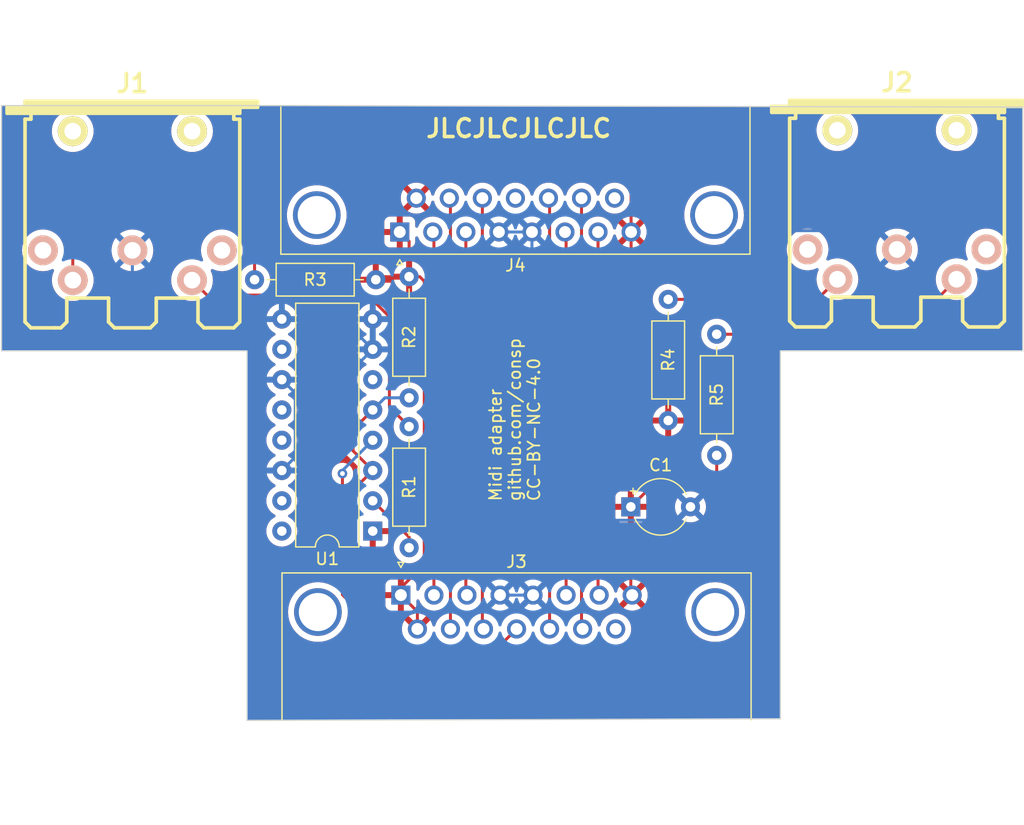
<source format=kicad_pcb>
(kicad_pcb (version 20221018) (generator pcbnew)
  (layers (0 "F.Cu" signal) (31 "B.Cu" signal) (34 "B.Paste" user) (35 "F.Paste" user) (36 "B.SilkS" user "B.Silkscreen") (37 "F.SilkS" user "F.Silkscreen") (38 "B.Mask" user) (39 "F.Mask" user) (44 "Edge.Cuts" user))
  (net 0 "")
  (net 1 "VCC")
  (net 2 "GND")
  (net 4 "Net-(J1-Pad4)")
  (net 6 "Net-(J1-Pad5)")
  (net 8 "Net-(J2-Pad4)")
  (net 10 "Net-(J2-Pad5)")
  (net 11 "/~{B1}")
  (net 12 "/X1")
  (net 13 "/Y1")
  (net 14 "/~{B2}")
  (net 15 "/~{B4}")
  (net 16 "/X2")
  (net 17 "/MIDI_OUT")
  (net 18 "/Y2")
  (net 19 "/~{B3}")
  (net 23 "Net-(R1-Pad2)")
  (net 24 "Net-(R5-Pad2)")
  (footprint "Eurocad:MIDI_DIN5" (layer "F.Cu") (at 123.49226 45.72 180)
    (fp_text reference "J1" (at 0 11.00074) (layer "F.SilkS") (effects (font (size 1.524 1.524) (thickness 0.3048))))
    (fp_text value "DIN-5_180degree" hide)
    (fp_line (start -10.50036 8.99922) (end -8.99922 8.99922) (stroke (width 0.3048)) (layer "F.SilkS"))
    (fp_line (start -10.50036 9.25068) (end 8.99922 9.25068) (stroke (width 0.3048)) (layer "F.SilkS"))
    (fp_line (start -10.50036 9.4996) (end -10.50036 8.99922) (stroke (width 0.3048)) (layer "F.SilkS"))
    (fp_line (start -8.99922 -8.99922) (end -8.99922 8.001) (stroke (width 0.3048)) (layer "F.SilkS"))
    (fp_line (start -8.99922 -8.99922) (end -8.49884 -9.4996) (stroke (width 0.3048)) (layer "F.SilkS"))
    (fp_line (start -8.99922 8.001) (end -8.49884 8.001) (stroke (width 0.3048)) (layer "F.SilkS"))
    (fp_line (start -8.99922 8.49884) (end 10.50036 8.49884) (stroke (width 0.3048)) (layer "F.SilkS"))
    (fp_line (start -8.99922 8.7503) (end 10.50036 8.7503) (stroke (width 0.3048)) (layer "F.SilkS"))
    (fp_line (start -8.99922 8.99922) (end -8.99922 8.49884) (stroke (width 0.3048)) (layer "F.SilkS"))
    (fp_line (start -8.49884 -9.4996) (end -5.99948 -9.4996) (stroke (width 0.3048)) (layer "F.SilkS"))
    (fp_line (start -8.49884 8.001) (end -8.49884 8.49884) (stroke (width 0.3048)) (layer "F.SilkS"))
    (fp_line (start -5.99948 -9.4996) (end -5.4991 -8.99922) (stroke (width 0.3048)) (layer "F.SilkS"))
    (fp_line (start -5.4991 -8.99922) (end -5.4991 -7.00024) (stroke (width 0.3048)) (layer "F.SilkS"))
    (fp_line (start -5.4991 -7.00024) (end -1.99898 -7.00024) (stroke (width 0.3048)) (layer "F.SilkS"))
    (fp_line (start -1.99898 -8.99922) (end -1.99898 -7.00024) (stroke (width 0.3048)) (layer "F.SilkS"))
    (fp_line (start -1.50114 -9.4996) (end -1.99898 -8.99922) (stroke (width 0.3048)) (layer "F.SilkS"))
    (fp_line (start -1.50114 -9.4996) (end 1.50114 -9.4996) (stroke (width 0.3048)) (layer "F.SilkS"))
    (fp_line (start 1.50114 -9.4996) (end 1.99898 -8.99922) (stroke (width 0.3048)) (layer "F.SilkS"))
    (fp_line (start 1.99898 -8.99922) (end 1.99898 -7.00024) (stroke (width 0.3048)) (layer "F.SilkS"))
    (fp_line (start 5.4991 -8.99922) (end 5.4991 -7.00024) (stroke (width 0.3048)) (layer "F.SilkS"))
    (fp_line (start 5.4991 -7.00024) (end 1.99898 -7.00024) (stroke (width 0.3048)) (layer "F.SilkS"))
    (fp_line (start 5.99948 -9.4996) (end 5.4991 -8.99922) (stroke (width 0.3048)) (layer "F.SilkS"))
    (fp_line (start 6.49986 -9.4996) (end 5.99948 -9.4996) (stroke (width 0.3048)) (layer "F.SilkS"))
    (fp_line (start 8.49884 -9.4996) (end 6.49986 -9.4996) (stroke (width 0.3048)) (layer "F.SilkS"))
    (fp_line (start 8.49884 8.49884) (end 8.49884 8.001) (stroke (width 0.3048)) (layer "F.SilkS"))
    (fp_line (start 8.99922 -8.99922) (end 8.49884 -9.4996) (stroke (width 0.3048)) (layer "F.SilkS"))
    (fp_line (start 8.99922 -8.99922) (end 8.99922 8.001) (stroke (width 0.3048)) (layer "F.SilkS"))
    (fp_line (start 8.99922 8.001) (end 8.49884 8.001) (stroke (width 0.3048)) (layer "F.SilkS"))
    (fp_line (start 8.99922 8.99922) (end -8.99922 8.99922) (stroke (width 0.3048)) (layer "F.SilkS"))
    (fp_line (start 8.99922 8.99922) (end 8.99922 9.4996) (stroke (width 0.3048)) (layer "F.SilkS"))
    (fp_line (start 8.99922 9.4996) (end -10.50036 9.4996) (stroke (width 0.3048)) (layer "F.SilkS"))
    (fp_line (start 10.50036 8.49884) (end 10.50036 8.99922) (stroke (width 0.3048)) (layer "F.SilkS"))
    (fp_line (start 10.50036 8.99922) (end 8.99922 8.99922) (stroke (width 0.3048)) (layer "F.SilkS"))
    (pad "" np_thru_hole circle (at -5.00126 6.9977 180) (size 2.49936 2.49936) (drill 1.397) (layers "*.Cu" "*.Mask" "F.SilkS"))
    (pad "" np_thru_hole circle (at 5.00126 6.9977 180) (size 2.49936 2.49936) (drill 1.397) (layers "*.Cu" "*.Mask" "F.SilkS"))
    (pad "1" thru_hole circle (at 7.49808 -2.9972 180) (size 2.49936 2.49936) (drill 1.397) (layers "*.Cu" "*.SilkS" "*.Mask"))
    (pad "2" thru_hole circle (at 0 -2.99974 180) (size 2.49936 2.49936) (drill 1.397) (layers "*.Cu" "*.SilkS" "*.Mask") (net 2 "GND"))
    (pad "3" thru_hole circle (at -7.49808 -2.9972 180) (size 2.49936 2.49936) (drill 1.397) (layers "*.Cu" "*.SilkS" "*.Mask"))
    (pad "4" thru_hole circle (at 4.99618 -5.4991 180) (size 2.49936 2.49936) (drill 1.397) (layers "*.Cu" "*.SilkS" "*.Mask") (net 4 "Net-(J1-Pad4)"))
    (pad "5" thru_hole circle (at -4.99618 -5.4991 180) (size 2.49936 2.49936) (drill 1.397) (layers "*.Cu" "*.SilkS" "*.Mask") (net 6 "Net-(J1-Pad5)"))
  )
  (footprint "Package_DIP:DIP-16_W7.62mm" (layer "F.Cu") (at 143.637 72.263 180)
    (fp_text reference "U1" (at 3.81 -2.33) (layer "F.SilkS"))
    (fp_text value "4050")
    (fp_line (start 1.16 -1.33) (end 1.16 19.11) (stroke (width 0.12)) (layer "F.SilkS"))
    (fp_line (start 1.16 19.11) (end 6.46 19.11) (stroke (width 0.12)) (layer "F.SilkS"))
    (fp_line (start 2.81 -1.33) (end 1.16 -1.33) (stroke (width 0.12)) (layer "F.SilkS"))
    (fp_line (start 6.46 -1.33) (end 4.81 -1.33) (stroke (width 0.12)) (layer "F.SilkS"))
    (fp_line (start 6.46 19.11) (end 6.46 -1.33) (stroke (width 0.12)) (layer "F.SilkS"))
    (fp_arc (start 4.81 -1.33) (mid 3.81 -0.33) (end 2.81 -1.33) (stroke (width 0.12)) (layer "F.SilkS"))
    (pad "1" thru_hole rect (at 0 0 180) (size 1.6 1.6) (drill 0.8) (layers "*.Cu" "*.Mask") (net 1 "VCC"))
    (pad "2" thru_hole oval (at 0 2.54 180) (size 1.6 1.6) (drill 0.8) (layers "*.Cu" "*.Mask") (net 23 "Net-(R1-Pad2)"))
    (pad "3" thru_hole oval (at 0 5.08 180) (size 1.6 1.6) (drill 0.8) (layers "*.Cu" "*.Mask") (net 17 "/MIDI_OUT"))
    (pad "4" thru_hole oval (at 0 7.62 180) (size 1.6 1.6) (drill 0.8) (layers "*.Cu" "*.Mask") (net 24 "Net-(R5-Pad2)"))
    (pad "5" thru_hole oval (at 0 10.16 180) (size 1.6 1.6) (drill 0.8) (layers "*.Cu" "*.Mask") (net 17 "/MIDI_OUT"))
    (pad "6" thru_hole oval (at 0 12.7 180) (size 1.6 1.6) (drill 0.8) (layers "*.Cu" "*.Mask"))
    (pad "7" thru_hole oval (at 0 15.24 180) (size 1.6 1.6) (drill 0.8) (layers "*.Cu" "*.Mask") (net 2 "GND"))
    (pad "8" thru_hole oval (at 0 17.78 180) (size 1.6 1.6) (drill 0.8) (layers "*.Cu" "*.Mask") (net 2 "GND"))
    (pad "9" thru_hole oval (at 7.62 17.78 180) (size 1.6 1.6) (drill 0.8) (layers "*.Cu" "*.Mask") (net 2 "GND"))
    (pad "10" thru_hole oval (at 7.62 15.24 180) (size 1.6 1.6) (drill 0.8) (layers "*.Cu" "*.Mask"))
    (pad "11" thru_hole oval (at 7.62 12.7 180) (size 1.6 1.6) (drill 0.8) (layers "*.Cu" "*.Mask") (net 2 "GND"))
    (pad "12" thru_hole oval (at 7.62 10.16 180) (size 1.6 1.6) (drill 0.8) (layers "*.Cu" "*.Mask"))
    (pad "13" thru_hole oval (at 7.62 7.62 180) (size 1.6 1.6) (drill 0.8) (layers "*.Cu" "*.Mask"))
    (pad "14" thru_hole oval (at 7.62 5.08 180) (size 1.6 1.6) (drill 0.8) (layers "*.Cu" "*.Mask") (net 2 "GND"))
    (pad "15" thru_hole oval (at 7.62 2.54 180) (size 1.6 1.6) (drill 0.8) (layers "*.Cu" "*.Mask"))
    (pad "16" thru_hole oval (at 7.62 0 180) (size 1.6 1.6) (drill 0.8) (layers "*.Cu" "*.Mask"))
  )
  (footprint "Resistor_THT:R_Axial_DIN0207_L6.3mm_D2.5mm_P10.16mm_Horizontal" (layer "F.Cu") (at 172.466 55.753 -90)
    (fp_text reference "R5" (at 5.08 0 90) (layer "F.SilkS"))
    (fp_text value "220R")
    (fp_line (start 1.04 0) (end 1.81 0) (stroke (width 0.12)) (layer "F.SilkS"))
    (fp_line (start 1.81 -1.37) (end 1.81 1.37) (stroke (width 0.12)) (layer "F.SilkS"))
    (fp_line (start 1.81 1.37) (end 8.35 1.37) (stroke (width 0.12)) (layer "F.SilkS"))
    (fp_line (start 8.35 -1.37) (end 1.81 -1.37) (stroke (width 0.12)) (layer "F.SilkS"))
    (fp_line (start 8.35 1.37) (end 8.35 -1.37) (stroke (width 0.12)) (layer "F.SilkS"))
    (fp_line (start 9.12 0) (end 8.35 0) (stroke (width 0.12)) (layer "F.SilkS"))
    (pad "1" thru_hole circle (at 0 0 270) (size 1.6 1.6) (drill 0.8) (layers "*.Cu" "*.Mask") (net 10 "Net-(J2-Pad5)"))
    (pad "2" thru_hole oval (at 10.16 0 270) (size 1.6 1.6) (drill 0.8) (layers "*.Cu" "*.Mask") (net 24 "Net-(R5-Pad2)"))
  )
  (footprint "Resistor_THT:R_Axial_DIN0207_L6.3mm_D2.5mm_P10.16mm_Horizontal" (layer "F.Cu") (at 146.685 63.5 -90)
    (fp_text reference "R1" (at 5.08 0 90) (layer "F.SilkS"))
    (fp_text value "220R")
    (fp_line (start 1.04 0) (end 1.81 0) (stroke (width 0.12)) (layer "F.SilkS"))
    (fp_line (start 1.81 -1.37) (end 1.81 1.37) (stroke (width 0.12)) (layer "F.SilkS"))
    (fp_line (start 1.81 1.37) (end 8.35 1.37) (stroke (width 0.12)) (layer "F.SilkS"))
    (fp_line (start 8.35 -1.37) (end 1.81 -1.37) (stroke (width 0.12)) (layer "F.SilkS"))
    (fp_line (start 8.35 1.37) (end 8.35 -1.37) (stroke (width 0.12)) (layer "F.SilkS"))
    (fp_line (start 9.12 0) (end 8.35 0) (stroke (width 0.12)) (layer "F.SilkS"))
    (pad "1" thru_hole circle (at 0 0 270) (size 1.6 1.6) (drill 0.8) (layers "*.Cu" "*.Mask") (net 6 "Net-(J1-Pad5)"))
    (pad "2" thru_hole oval (at 10.16 0 270) (size 1.6 1.6) (drill 0.8) (layers "*.Cu" "*.Mask") (net 23 "Net-(R1-Pad2)"))
  )
  (footprint "Eurocad:MIDI_DIN5" (layer "F.Cu") (at 187.579 45.6438 180)
    (fp_text reference "J2" (at 0 11.00074) (layer "F.SilkS") (effects (font (size 1.524 1.524) (thickness 0.3048))))
    (fp_text value "DIN-5_180degree" hide)
    (fp_line (start -10.50036 8.99922) (end -8.99922 8.99922) (stroke (width 0.3048)) (layer "F.SilkS"))
    (fp_line (start -10.50036 9.25068) (end 8.99922 9.25068) (stroke (width 0.3048)) (layer "F.SilkS"))
    (fp_line (start -10.50036 9.4996) (end -10.50036 8.99922) (stroke (width 0.3048)) (layer "F.SilkS"))
    (fp_line (start -8.99922 -8.99922) (end -8.99922 8.001) (stroke (width 0.3048)) (layer "F.SilkS"))
    (fp_line (start -8.99922 -8.99922) (end -8.49884 -9.4996) (stroke (width 0.3048)) (layer "F.SilkS"))
    (fp_line (start -8.99922 8.001) (end -8.49884 8.001) (stroke (width 0.3048)) (layer "F.SilkS"))
    (fp_line (start -8.99922 8.49884) (end 10.50036 8.49884) (stroke (width 0.3048)) (layer "F.SilkS"))
    (fp_line (start -8.99922 8.7503) (end 10.50036 8.7503) (stroke (width 0.3048)) (layer "F.SilkS"))
    (fp_line (start -8.99922 8.99922) (end -8.99922 8.49884) (stroke (width 0.3048)) (layer "F.SilkS"))
    (fp_line (start -8.49884 -9.4996) (end -5.99948 -9.4996) (stroke (width 0.3048)) (layer "F.SilkS"))
    (fp_line (start -8.49884 8.001) (end -8.49884 8.49884) (stroke (width 0.3048)) (layer "F.SilkS"))
    (fp_line (start -5.99948 -9.4996) (end -5.4991 -8.99922) (stroke (width 0.3048)) (layer "F.SilkS"))
    (fp_line (start -5.4991 -8.99922) (end -5.4991 -7.00024) (stroke (width 0.3048)) (layer "F.SilkS"))
    (fp_line (start -5.4991 -7.00024) (end -1.99898 -7.00024) (stroke (width 0.3048)) (layer "F.SilkS"))
    (fp_line (start -1.99898 -8.99922) (end -1.99898 -7.00024) (stroke (width 0.3048)) (layer "F.SilkS"))
    (fp_line (start -1.50114 -9.4996) (end -1.99898 -8.99922) (stroke (width 0.3048)) (layer "F.SilkS"))
    (fp_line (start -1.50114 -9.4996) (end 1.50114 -9.4996) (stroke (width 0.3048)) (layer "F.SilkS"))
    (fp_line (start 1.50114 -9.4996) (end 1.99898 -8.99922) (stroke (width 0.3048)) (layer "F.SilkS"))
    (fp_line (start 1.99898 -8.99922) (end 1.99898 -7.00024) (stroke (width 0.3048)) (layer "F.SilkS"))
    (fp_line (start 5.4991 -8.99922) (end 5.4991 -7.00024) (stroke (width 0.3048)) (layer "F.SilkS"))
    (fp_line (start 5.4991 -7.00024) (end 1.99898 -7.00024) (stroke (width 0.3048)) (layer "F.SilkS"))
    (fp_line (start 5.99948 -9.4996) (end 5.4991 -8.99922) (stroke (width 0.3048)) (layer "F.SilkS"))
    (fp_line (start 6.49986 -9.4996) (end 5.99948 -9.4996) (stroke (width 0.3048)) (layer "F.SilkS"))
    (fp_line (start 8.49884 -9.4996) (end 6.49986 -9.4996) (stroke (width 0.3048)) (layer "F.SilkS"))
    (fp_line (start 8.49884 8.49884) (end 8.49884 8.001) (stroke (width 0.3048)) (layer "F.SilkS"))
    (fp_line (start 8.99922 -8.99922) (end 8.49884 -9.4996) (stroke (width 0.3048)) (layer "F.SilkS"))
    (fp_line (start 8.99922 -8.99922) (end 8.99922 8.001) (stroke (width 0.3048)) (layer "F.SilkS"))
    (fp_line (start 8.99922 8.001) (end 8.49884 8.001) (stroke (width 0.3048)) (layer "F.SilkS"))
    (fp_line (start 8.99922 8.99922) (end -8.99922 8.99922) (stroke (width 0.3048)) (layer "F.SilkS"))
    (fp_line (start 8.99922 8.99922) (end 8.99922 9.4996) (stroke (width 0.3048)) (layer "F.SilkS"))
    (fp_line (start 8.99922 9.4996) (end -10.50036 9.4996) (stroke (width 0.3048)) (layer "F.SilkS"))
    (fp_line (start 10.50036 8.49884) (end 10.50036 8.99922) (stroke (width 0.3048)) (layer "F.SilkS"))
    (fp_line (start 10.50036 8.99922) (end 8.99922 8.99922) (stroke (width 0.3048)) (layer "F.SilkS"))
    (pad "" np_thru_hole circle (at -5.00126 6.9977 180) (size 2.49936 2.49936) (drill 1.397) (layers "*.Cu" "*.Mask" "F.SilkS"))
    (pad "" np_thru_hole circle (at 5.00126 6.9977 180) (size 2.49936 2.49936) (drill 1.397) (layers "*.Cu" "*.Mask" "F.SilkS"))
    (pad "1" thru_hole circle (at 7.49808 -2.9972 180) (size 2.49936 2.49936) (drill 1.397) (layers "*.Cu" "*.SilkS" "*.Mask"))
    (pad "2" thru_hole circle (at 0 -2.99974 180) (size 2.49936 2.49936) (drill 1.397) (layers "*.Cu" "*.SilkS" "*.Mask") (net 2 "GND"))
    (pad "3" thru_hole circle (at -7.49808 -2.9972 180) (size 2.49936 2.49936) (drill 1.397) (layers "*.Cu" "*.SilkS" "*.Mask"))
    (pad "4" thru_hole circle (at 4.99618 -5.4991 180) (size 2.49936 2.49936) (drill 1.397) (layers "*.Cu" "*.SilkS" "*.Mask") (net 8 "Net-(J2-Pad4)"))
    (pad "5" thru_hole circle (at -4.99618 -5.4991 180) (size 2.49936 2.49936) (drill 1.397) (layers "*.Cu" "*.SilkS" "*.Mask") (net 10 "Net-(J2-Pad5)"))
  )
  (footprint "Resistor_THT:R_Axial_DIN0207_L6.3mm_D2.5mm_P10.16mm_Horizontal" (layer "F.Cu") (at 168.402 52.832 -90)
    (fp_text reference "R4" (at 5.08 0 90) (layer "F.SilkS"))
    (fp_text value "220R")
    (fp_line (start 1.04 0) (end 1.81 0) (stroke (width 0.12)) (layer "F.SilkS"))
    (fp_line (start 1.81 -1.37) (end 1.81 1.37) (stroke (width 0.12)) (layer "F.SilkS"))
    (fp_line (start 1.81 1.37) (end 8.35 1.37) (stroke (width 0.12)) (layer "F.SilkS"))
    (fp_line (start 8.35 -1.37) (end 1.81 -1.37) (stroke (width 0.12)) (layer "F.SilkS"))
    (fp_line (start 8.35 1.37) (end 8.35 -1.37) (stroke (width 0.12)) (layer "F.SilkS"))
    (fp_line (start 9.12 0) (end 8.35 0) (stroke (width 0.12)) (layer "F.SilkS"))
    (pad "1" thru_hole circle (at 0 0 270) (size 1.6 1.6) (drill 0.8) (layers "*.Cu" "*.Mask") (net 8 "Net-(J2-Pad4)"))
    (pad "2" thru_hole oval (at 10.16 0 270) (size 1.6 1.6) (drill 0.8) (layers "*.Cu" "*.Mask") (net 1 "VCC"))
  )
  (footprint "Capacitor_THT:CP_Radial_Tantal_D4.5mm_P5.00mm" (layer "F.Cu") (at 165.267 70.231)
    (fp_text reference "C1" (at 2.5 -3.5) (layer "F.SilkS"))
    (fp_text value "C")
    (fp_line (start -0.037288 -1.335) (end 0.412712 -1.335) (stroke (width 0.12)) (layer "F.SilkS"))
    (fp_line (start 0.187712 -1.56) (end 0.187712 -1.11) (stroke (width 0.12)) (layer "F.SilkS"))
    (fp_arc (start 0.380259 -1.06) (mid 2.5 -2.37) (end 4.619741 -1.06) (stroke (width 0.12)) (layer "F.SilkS"))
    (fp_arc (start 4.619741 1.06) (mid 2.5 2.37) (end 0.380259 1.06) (stroke (width 0.12)) (layer "F.SilkS"))
    (pad "1" thru_hole rect (at 0 0) (size 1.6 1.6) (drill 0.8) (layers "*.Cu" "*.Mask") (net 1 "VCC"))
    (pad "2" thru_hole circle (at 5 0) (size 1.6 1.6) (drill 0.8) (layers "*.Cu" "*.Mask") (net 2 "GND"))
  )
  (footprint "Connector_Dsub:DSUB-15_Male_Horizontal_P2.77x2.84mm_EdgePinOffset7.70mm_Housed_MountingHolesOffset9.12mm" (layer "F.Cu") (at 145.994 77.632669)
    (fp_text reference "J3" (at 9.695 -2.8) (layer "F.SilkS"))
    (fp_text value "Conn_01x15_Pin")
    (fp_line (start -9.965 -1.86) (end 29.355 -1.86) (stroke (width 0.12)) (layer "F.SilkS"))
    (fp_line (start -9.965 10.48) (end -9.965 -1.86) (stroke (width 0.12)) (layer "F.SilkS"))
    (fp_line (start -0.25 -2.754338) (end 0.25 -2.754338) (stroke (width 0.12)) (layer "F.SilkS"))
    (fp_line (start 0 -2.321325) (end -0.25 -2.754338) (stroke (width 0.12)) (layer "F.SilkS"))
    (fp_line (start 0.25 -2.754338) (end 0 -2.321325) (stroke (width 0.12)) (layer "F.SilkS"))
    (fp_line (start 29.355 -1.86) (end 29.355 10.48) (stroke (width 0.12)) (layer "F.SilkS"))
    (pad "0" thru_hole circle (at -6.955 1.42) (size 4 4) (drill 3.2) (layers "*.Cu" "*.Mask"))
    (pad "0" thru_hole circle (at 26.345 1.42) (size 4 4) (drill 3.2) (layers "*.Cu" "*.Mask"))
    (pad "1" thru_hole rect (at 0 0) (size 1.6 1.6) (drill 1) (layers "*.Cu" "*.Mask") (net 1 "VCC"))
    (pad "2" thru_hole circle (at 2.77 0) (size 1.6 1.6) (drill 1) (layers "*.Cu" "*.Mask") (net 11 "/~{B1}"))
    (pad "3" thru_hole circle (at 5.54 0) (size 1.6 1.6) (drill 1) (layers "*.Cu" "*.Mask") (net 12 "/X1"))
    (pad "4" thru_hole circle (at 8.31 0) (size 1.6 1.6) (drill 1) (layers "*.Cu" "*.Mask") (net 2 "GND"))
    (pad "5" thru_hole circle (at 11.08 0) (size 1.6 1.6) (drill 1) (layers "*.Cu" "*.Mask") (net 2 "GND"))
    (pad "6" thru_hole circle (at 13.85 0) (size 1.6 1.6) (drill 1) (layers "*.Cu" "*.Mask") (net 13 "/Y1"))
    (pad "7" thru_hole circle (at 16.62 0) (size 1.6 1.6) (drill 1) (layers "*.Cu" "*.Mask") (net 14 "/~{B2}"))
    (pad "8" thru_hole circle (at 19.39 0) (size 1.6 1.6) (drill 1) (layers "*.Cu" "*.Mask") (net 1 "VCC"))
    (pad "9" thru_hole circle (at 1.385 2.84) (size 1.6 1.6) (drill 1) (layers "*.Cu" "*.Mask") (net 1 "VCC"))
    (pad "10" thru_hole circle (at 4.155 2.84) (size 1.6 1.6) (drill 1) (layers "*.Cu" "*.Mask") (net 15 "/~{B4}"))
    (pad "11" thru_hole circle (at 6.925 2.84) (size 1.6 1.6) (drill 1) (layers "*.Cu" "*.Mask") (net 16 "/X2"))
    (pad "12" thru_hole circle (at 9.695 2.84) (size 1.6 1.6) (drill 1) (layers "*.Cu" "*.Mask") (net 17 "/MIDI_OUT"))
    (pad "13" thru_hole circle (at 12.465 2.84) (size 1.6 1.6) (drill 1) (layers "*.Cu" "*.Mask") (net 18 "/Y2"))
    (pad "14" thru_hole circle (at 15.235 2.84) (size 1.6 1.6) (drill 1) (layers "*.Cu" "*.Mask") (net 19 "/~{B3}"))
    (pad "15" thru_hole circle (at 18.005 2.84) (size 1.6 1.6) (drill 1) (layers "*.Cu" "*.Mask"))
  )
  (footprint "Connector_Dsub:DSUB-15_Female_Horizontal_P2.77x2.84mm_EdgePinOffset7.70mm_Housed_MountingHolesOffset9.12mm" (layer "F.Cu") (at 145.9 47.181331 180)
    (fp_text reference "J4" (at -9.695 -2.8) (layer "F.SilkS"))
    (fp_text value "Conn_01x15_Socket")
    (fp_line (start -29.355 -1.86) (end 9.965 -1.86) (stroke (width 0.12)) (layer "F.SilkS"))
    (fp_line (start -29.355 10.48) (end -29.355 -1.86) (stroke (width 0.12)) (layer "F.SilkS"))
    (fp_line (start -0.25 -2.754338) (end 0.25 -2.754338) (stroke (width 0.12)) (layer "F.SilkS"))
    (fp_line (start 0 -2.321325) (end -0.25 -2.754338) (stroke (width 0.12)) (layer "F.SilkS"))
    (fp_line (start 0.25 -2.754338) (end 0 -2.321325) (stroke (width 0.12)) (layer "F.SilkS"))
    (fp_line (start 9.965 -1.86) (end 9.965 10.48) (stroke (width 0.12)) (layer "F.SilkS"))
    (pad "0" thru_hole circle (at -26.345 1.42 180) (size 4 4) (drill 3.2) (layers "*.Cu" "*.Mask"))
    (pad "0" thru_hole circle (at 6.955 1.42 180) (size 4 4) (drill 3.2) (layers "*.Cu" "*.Mask"))
    (pad "1" thru_hole rect (at 0 0 180) (size 1.6 1.6) (drill 1) (layers "*.Cu" "*.Mask") (net 1 "VCC"))
    (pad "2" thru_hole circle (at -2.77 0 180) (size 1.6 1.6) (drill 1) (layers "*.Cu" "*.Mask") (net 11 "/~{B1}"))
    (pad "3" thru_hole circle (at -5.54 0 180) (size 1.6 1.6) (drill 1) (layers "*.Cu" "*.Mask") (net 12 "/X1"))
    (pad "4" thru_hole circle (at -8.31 0 180) (size 1.6 1.6) (drill 1) (layers "*.Cu" "*.Mask") (net 2 "GND"))
    (pad "5" thru_hole circle (at -11.08 0 180) (size 1.6 1.6) (drill 1) (layers "*.Cu" "*.Mask") (net 2 "GND"))
    (pad "6" thru_hole circle (at -13.85 0 180) (size 1.6 1.6) (drill 1) (layers "*.Cu" "*.Mask") (net 13 "/Y1"))
    (pad "7" thru_hole circle (at -16.62 0 180) (size 1.6 1.6) (drill 1) (layers "*.Cu" "*.Mask") (net 14 "/~{B2}"))
    (pad "8" thru_hole circle (at -19.39 0 180) (size 1.6 1.6) (drill 1) (layers "*.Cu" "*.Mask") (net 1 "VCC"))
    (pad "9" thru_hole circle (at -1.385 2.84 180) (size 1.6 1.6) (drill 1) (layers "*.Cu" "*.Mask") (net 1 "VCC"))
    (pad "10" thru_hole circle (at -4.155 2.84 180) (size 1.6 1.6) (drill 1) (layers "*.Cu" "*.Mask") (net 15 "/~{B4}"))
    (pad "11" thru_hole circle (at -6.925 2.84 180) (size 1.6 1.6) (drill 1) (layers "*.Cu" "*.Mask") (net 16 "/X2"))
    (pad "12" thru_hole circle (at -9.695 2.84 180) (size 1.6 1.6) (drill 1) (layers "*.Cu" "*.Mask"))
    (pad "13" thru_hole circle (at -12.465 2.84 180) (size 1.6 1.6) (drill 1) (layers "*.Cu" "*.Mask") (net 18 "/Y2"))
    (pad "14" thru_hole circle (at -15.235 2.84 180) (size 1.6 1.6) (drill 1) (layers "*.Cu" "*.Mask") (net 19 "/~{B3}"))
    (pad "15" thru_hole circle (at -18.005 2.84 180) (size 1.6 1.6) (drill 1) (layers "*.Cu" "*.Mask"))
  )
  (footprint "Resistor_THT:R_Axial_DIN0207_L6.3mm_D2.5mm_P10.16mm_Horizontal" (layer "F.Cu") (at 133.731 51.181)
    (fp_text reference "R3" (at 5.08 0) (layer "F.SilkS"))
    (fp_text value "220R")
    (fp_line (start 1.04 0) (end 1.81 0) (stroke (width 0.12)) (layer "F.SilkS"))
    (fp_line (start 1.81 -1.37) (end 1.81 1.37) (stroke (width 0.12)) (layer "F.SilkS"))
    (fp_line (start 1.81 1.37) (end 8.35 1.37) (stroke (width 0.12)) (layer "F.SilkS"))
    (fp_line (start 8.35 -1.37) (end 1.81 -1.37) (stroke (width 0.12)) (layer "F.SilkS"))
    (fp_line (start 8.35 1.37) (end 8.35 -1.37) (stroke (width 0.12)) (layer "F.SilkS"))
    (fp_line (start 9.12 0) (end 8.35 0) (stroke (width 0.12)) (layer "F.SilkS"))
    (pad "1" thru_hole circle (at 0 0) (size 1.6 1.6) (drill 0.8) (layers "*.Cu" "*.Mask") (net 4 "Net-(J1-Pad4)"))
    (pad "2" thru_hole oval (at 10.16 0) (size 1.6 1.6) (drill 0.8) (layers "*.Cu" "*.Mask") (net 1 "VCC"))
  )
  (footprint "Resistor_THT:R_Axial_DIN0207_L6.3mm_D2.5mm_P10.16mm_Horizontal" (layer "F.Cu") (at 146.685 61.087 90)
    (fp_text reference "R2" (at 5.08 0 90) (layer "F.SilkS"))
    (fp_text value "4k7")
    (fp_line (start 1.04 0) (end 1.81 0) (stroke (width 0.12)) (layer "F.SilkS"))
    (fp_line (start 1.81 -1.37) (end 1.81 1.37) (stroke (width 0.12)) (layer "F.SilkS"))
    (fp_line (start 1.81 1.37) (end 8.35 1.37) (stroke (width 0.12)) (layer "F.SilkS"))
    (fp_line (start 8.35 -1.37) (end 1.81 -1.37) (stroke (width 0.12)) (layer "F.SilkS"))
    (fp_line (start 8.35 1.37) (end 8.35 -1.37) (stroke (width 0.12)) (layer "F.SilkS"))
    (fp_line (start 9.12 0) (end 8.35 0) (stroke (width 0.12)) (layer "F.SilkS"))
    (pad "1" thru_hole circle (at 0 0 90) (size 1.6 1.6) (drill 0.8) (layers "*.Cu" "*.Mask") (net 17 "/MIDI_OUT"))
    (pad "2" thru_hole oval (at 10.16 0 90) (size 1.6 1.6) (drill 0.8) (layers "*.Cu" "*.Mask") (net 1 "VCC"))
  )
  (gr_line (start 112.522 57.15) (end 133.096 57.15) (stroke (width 0.1)) (layer "Edge.Cuts"))
  (gr_line (start 177.8 88.011) (end 177.8 57.15) (stroke (width 0.1)) (layer "Edge.Cuts"))
  (gr_line (start 136.017 36.576) (end 112.522 36.576) (stroke (width 0.1)) (layer "Edge.Cuts"))
  (gr_line (start 112.522 36.576) (end 112.522 57.15) (stroke (width 0.1)) (layer "Edge.Cuts"))
  (gr_line (start 177.8 57.15) (end 198.12 57.15) (stroke (width 0.1)) (layer "Edge.Cuts"))
  (gr_line (start 133.096 57.15) (end 133.096 88.138) (stroke (width 0.1)) (layer "Edge.Cuts"))
  (gr_line (start 136.017 36.576) (end 198.12 36.703) (stroke (width 0.1)) (layer "Edge.Cuts"))
  (gr_line (start 133.096 88.138) (end 177.8 88.011) (stroke (width 0.1)) (layer "Edge.Cuts"))
  (gr_line (start 198.12 57.15) (end 198.12 36.703) (stroke (width 0.1)) (layer "Edge.Cuts"))
  (gr_text "JLCJLCJLCJLC" (at 147.955 39.37) (layer "F.SilkS") (effects (font (size 1.5 1.5) (thickness 0.3) bold) (justify left bottom)))
  (gr_text "Midi adapter\ngithub.com/consp\nCC-BY-NC-4.0" (at 157.734 69.85 90) (layer "F.SilkS") (effects (font (size 1 1)) (justify left bottom)))
  (segment (start 146.685 50.927) (end 144.145 50.927) (width 0.25) (layer "F.Cu") (net 1))
  (segment (start 168.402 62.992) (end 168.402 67.096) (width 0.25) (layer "F.Cu") (net 1))
  (segment (start 146.431 51.181) (end 146.685 50.927) (width 0.25) (layer "F.Cu") (net 1))
  (segment (start 165.267 77.515669) (end 165.384 77.632669) (width 0.25) (layer "F.Cu") (net 1))
  (segment (start 146.685 50.927) (end 146.685 47.966331) (width 0.25) (layer "F.Cu") (net 1))
  (segment (start 168.402 67.096) (end 165.267 70.231) (width 0.25) (layer "F.Cu") (net 1))
  (segment (start 149.335331 42.291) (end 164.846 42.291) (width 0.25) (layer "F.Cu") (net 1))
  (segment (start 145.994 77.632669) (end 145.994 76.271) (width 0.25) (layer "F.Cu") (net 1))
  (segment (start 145.994 76.271) (end 143.637 73.914) (width 0.25) (layer "F.Cu") (net 1))
  (segment (start 145.9 45.726331) (end 147.285 44.341331) (width 0.25) (layer "F.Cu") (net 1))
  (segment (start 147.379 80.472669) (end 147.379 79.017669) (width 0.25) (layer "F.Cu") (net 1))
  (segment (start 144.145 50.927) (end 143.891 51.181) (width 0.25) (layer "F.Cu") (net 1))
  (segment (start 147.379 79.017669) (end 145.994 77.632669) (width 0.25) (layer "F.Cu") (net 1))
  (segment (start 146.685 50.927) (end 147.574 50.927) (width 0.25) (layer "F.Cu") (net 1))
  (segment (start 147.574 50.927) (end 147.955 51.308) (width 0.25) (layer "F.Cu") (net 1))
  (segment (start 165.29 70.208) (end 165.267 70.231) (width 0.25) (layer "F.Cu") (net 1))
  (segment (start 145.994 77.632669) (end 145.994 77.018) (width 0.25) (layer "F.Cu") (net 1))
  (segment (start 165.29 47.181331) (end 165.29 70.208) (width 0.25) (layer "F.Cu") (net 1))
  (segment (start 165.29 42.735) (end 165.29 47.181331) (width 0.25) (layer "F.Cu") (net 1))
  (segment (start 143.637 73.914) (end 143.637 72.263) (width 0.25) (layer "F.Cu") (net 1))
  (segment (start 147.285 44.341331) (end 149.335331 42.291) (width 0.25) (layer "F.Cu") (net 1))
  (segment (start 165.267 70.231) (end 165.267 77.515669) (width 0.25) (layer "F.Cu") (net 1))
  (segment (start 146.685 47.966331) (end 145.9 47.181331) (width 0.25) (layer "F.Cu") (net 1))
  (segment (start 147.955 75.057) (end 147.955 51.308) (width 0.25) (layer "F.Cu") (net 1))
  (segment (start 145.9 47.181331) (end 145.9 45.726331) (width 0.25) (layer "F.Cu") (net 1))
  (segment (start 164.846 42.291) (end 165.29 42.735) (width 0.25) (layer "F.Cu") (net 1))
  (segment (start 145.994 77.018) (end 147.955 75.057) (width 0.25) (layer "F.Cu") (net 1))
  (segment (start 172.593 48.768) (end 159.258 48.768) (width 0.25) (layer "B.Cu") (net 2))
  (segment (start 163.350669 71.356) (end 157.074 77.632669) (width 0.25) (layer "B.Cu") (net 2))
  (segment (start 156.98 56.944) (end 170.267 70.231) (width 0.25) (layer "B.Cu") (net 2))
  (segment (start 146.908331 54.483) (end 143.637 54.483) (width 0.25) (layer "B.Cu") (net 2))
  (segment (start 143.637 54.483) (end 143.637 57.023) (width 0.25) (layer "B.Cu") (net 2))
  (segment (start 137.142 66.058) (end 136.017 67.183) (width 0.25) (layer "B.Cu") (net 2))
  (segment (start 158.927349 49.098651) (end 159.258 48.768) (width 0.25) (layer "B.Cu") (net 2))
  (segment (start 136.017 54.483) (end 141.097 54.483) (width 0.25) (layer "B.Cu") (net 2))
  (segment (start 157.074 77.632669) (end 154.304 77.632669) (width 0.25) (layer "B.Cu") (net 2))
  (segment (start 136.017 59.563) (end 137.142 60.688) (width 0.25) (layer "B.Cu") (net 2))
  (segment (start 141.097 54.483) (end 143.637 57.023) (width 0.25) (layer "B.Cu") (net 2))
  (segment (start 141.097 59.563) (end 143.637 57.023) (width 0.25) (layer "B.Cu") (net 2))
  (segment (start 136.017 59.563) (end 141.097 59.563) (width 0.25) (layer "B.Cu") (net 2))
  (segment (start 156.98 47.181331) (end 156.98 56.944) (width 0.25) (layer "B.Cu") (net 2))
  (segment (start 123.49226 51.22926) (end 127.635 55.372) (width 0.25) (layer "B.Cu") (net 2))
  (segment (start 174.29468 47.06632) (end 172.593 48.768) (width 0.25) (layer "B.Cu") (net 2))
  (segment (start 170.267 70.231) (end 169.142 71.356) (width 0.25) (layer "B.Cu") (net 2))
  (segment (start 127.635 55.372) (end 133.858 55.372) (width 0.25) (layer "B.Cu") (net 2))
  (segment (start 134.747 54.483) (end 136.017 54.483) (width 0.25) (layer "B.Cu") (net 2))
  (segment (start 152.321166 49.070166) (end 146.908331 54.483) (width 0.25) (layer "B.Cu") (net 2))
  (segment (start 137.142 60.688) (end 137.142 66.058) (width 0.25) (layer "B.Cu") (net 2))
  (segment (start 133.858 55.372) (end 134.747 54.483) (width 0.25) (layer "B.Cu") (net 2))
  (segment (start 158.927349 49.12868) (end 156.98 47.181331) (width 0.25) (layer "B.Cu") (net 2))
  (segment (start 158.927349 49.12868) (end 158.927349 49.098651) (width 0.25) (layer "B.Cu") (net 2))
  (segment (start 152.262652 49.12868) (end 152.321166 49.070166) (width 0.25) (layer "B.Cu") (net 2))
  (segment (start 123.49226 48.71974) (end 123.49226 51.22926) (width 0.25) (layer "B.Cu") (net 2))
  (segment (start 169.142 71.356) (end 163.350669 71.356) (width 0.25) (layer "B.Cu") (net 2))
  (segment (start 156.98 47.181331) (end 154.21 47.181331) (width 0.25) (layer "B.Cu") (net 2))
  (segment (start 186.00178 47.06632) (end 174.29468 47.06632) (width 0.25) (layer "B.Cu") (net 2))
  (segment (start 154.21 47.181331) (end 152.321166 49.070166) (width 0.25) (layer "B.Cu") (net 2))
  (segment (start 187.579 48.64354) (end 186.00178 47.06632) (width 0.25) (layer "B.Cu") (net 2))
  (segment (start 121.793 45.339) (end 118.49608 48.63592) (width 0.25) (layer "F.Cu") (net 4))
  (segment (start 133.731 51.181) (end 133.731 47.244) (width 0.25) (layer "F.Cu") (net 4))
  (segment (start 133.731 47.244) (end 131.826 45.339) (width 0.25) (layer "F.Cu") (net 4))
  (segment (start 131.826 45.339) (end 121.793 45.339) (width 0.25) (layer "F.Cu") (net 4))
  (segment (start 118.49608 48.63592) (end 118.49608 51.2191) (width 0.25) (layer "F.Cu") (net 4))
  (segment (start 146.685 63.5) (end 145.034 61.849) (width 0.25) (layer "F.Cu") (net 6))
  (segment (start 143.213771 52.46878) (end 129.73812 52.46878) (width 0.25) (layer "F.Cu") (net 6))
  (segment (start 129.73812 52.46878) (end 128.48844 51.2191) (width 0.25) (layer "F.Cu") (net 6))
  (segment (start 145.034 54.289009) (end 143.213771 52.46878) (width 0.25) (layer "F.Cu") (net 6))
  (segment (start 145.034 61.849) (end 145.034 54.289009) (width 0.25) (layer "F.Cu") (net 6))
  (segment (start 168.402 52.832) (end 180.89372 52.832) (width 0.25) (layer "F.Cu") (net 8))
  (segment (start 180.89372 52.832) (end 182.58282 51.1429) (width 0.25) (layer "F.Cu") (net 8))
  (segment (start 187.96508 55.753) (end 192.57518 51.1429) (width 0.25) (layer "F.Cu") (net 10))
  (segment (start 172.466 55.753) (end 187.96508 55.753) (width 0.25) (layer "F.Cu") (net 10))
  (segment (start 148.764 77.632669) (end 148.764 47.275331) (width 0.25) (layer "F.Cu") (net 11))
  (segment (start 148.764 47.275331) (end 148.67 47.181331) (width 0.25) (layer "F.Cu") (net 11))
  (segment (start 151.44 77.538669) (end 151.534 77.632669) (width 0.25) (layer "F.Cu") (net 12))
  (segment (start 151.44 47.181331) (end 151.44 77.538669) (width 0.25) (layer "F.Cu") (net 12))
  (segment (start 159.844 47.275331) (end 159.75 47.181331) (width 0.25) (layer "F.Cu") (net 13))
  (segment (start 159.844 77.632669) (end 159.844 47.275331) (width 0.25) (layer "F.Cu") (net 13))
  (segment (start 162.52 47.181331) (end 162.52 77.538669) (width 0.25) (layer "F.Cu") (net 14))
  (segment (start 162.52 77.538669) (end 162.614 77.632669) (width 0.25) (layer "F.Cu") (net 14))
  (segment (start 150.149 44.435331) (end 150.055 44.341331) (width 0.25) (layer "F.Cu") (net 15))
  (segment (start 150.149 80.472669) (end 150.149 44.435331) (width 0.25) (layer "F.Cu") (net 15))
  (segment (start 152.825 44.341331) (end 152.825 80.378669) (width 0.25) (layer "F.Cu") (net 16))
  (segment (start 152.825 80.378669) (end 152.919 80.472669) (width 0.25) (layer "F.Cu") (net 16))
  (segment (start 141.605 69.215) (end 143.637 67.183) (width 0.25) (layer "F.Cu") (net 17))
  (segment (start 141.986 65.532) (end 141.986 63.754) (width 0.25) (layer "F.Cu") (net 17))
  (segment (start 146.177 82.042) (end 141.605 77.47) (width 0.25) (layer "F.Cu") (net 17))
  (segment (start 154.119669 82.042) (end 146.177 82.042) (width 0.25) (layer "F.Cu") (net 17))
  (segment (start 141.605 77.47) (end 141.605 69.215) (width 0.25) (layer "F.Cu") (net 17))
  (segment (start 143.637 67.183) (end 141.986 65.532) (width 0.25) (layer "F.Cu") (net 17))
  (segment (start 141.986 63.754) (end 143.637 62.103) (width 0.25) (layer "F.Cu") (net 17))
  (segment (start 155.689 80.472669) (end 154.119669 82.042) (width 0.25) (layer "F.Cu") (net 17))
  (segment (start 146.685 61.087) (end 144.653 61.087) (width 0.25) (layer "B.Cu") (net 17))
  (segment (start 144.653 61.087) (end 143.637 62.103) (width 0.25) (layer "B.Cu") (net 17))
  (segment (start 158.459 80.472669) (end 158.459 44.435331) (width 0.25) (layer "F.Cu") (net 18))
  (segment (start 158.459 44.435331) (end 158.365 44.341331) (width 0.25) (layer "F.Cu") (net 18))
  (segment (start 161.135 44.341331) (end 161.135 80.378669) (width 0.25) (layer "F.Cu") (net 19))
  (segment (start 161.135 80.378669) (end 161.229 80.472669) (width 0.25) (layer "F.Cu") (net 19))
  (segment (start 143.637 69.723) (end 146.685 72.771) (width 0.25) (layer "F.Cu") (net 23))
  (segment (start 146.685 72.771) (end 146.685 73.66) (width 0.25) (layer "F.Cu") (net 23))
  (segment (start 141.097 67.437) (end 141.097 77.598396) (width 0.25) (layer "F.Cu") (net 24))
  (segment (start 172.466 65.913) (end 172.466 74.93) (width 0.25) (layer "F.Cu") (net 24))
  (segment (start 172.466 74.93) (end 164.904 82.492) (width 0.25) (layer "F.Cu") (net 24))
  (segment (start 141.097 77.598396) (end 141.286802 77.788198) (width 0.25) (layer "F.Cu") (net 24))
  (segment (start 145.990604 82.492) (end 141.286802 77.788198) (width 0.25) (layer "F.Cu") (net 24))
  (segment (start 141.286802 77.788198) (end 141.155 77.656396) (width 0.25) (layer "F.Cu") (net 24))
  (segment (start 164.904 82.492) (end 145.990604 82.492) (width 0.25) (layer "F.Cu") (net 24))
  (via (at 141.097 67.437) (size 0.8) (drill 0.4) (layers "F.Cu" "B.Cu") (net 24))
  (segment (start 143.637 64.643) (end 141.097 67.183) (width 0.25) (layer "B.Cu") (net 24))
  (segment (start 141.097 67.183) (end 141.097 67.437) (width 0.25) (layer "B.Cu") (net 24))
  (zone (net 1) (net_name "VCC") (layer "F.Cu") (priority 1) (connect_pads (clearance 0.5)) (min_thickness 0.25) (fill yes (thermal_gap 0.5) (thermal_bridge_width 0.5))
    (polygon (pts (xy 112.522 36.576) (xy 112.522 57.15) (xy 133.096 57.15) (xy 133.096 88.138) (xy 177.8 88.011) (xy 177.8 57.15) (xy 198.12 57.15) (xy 198.12 36.576)))
  )
  (zone (net 2) (net_name "GND") (layer "B.Cu") (connect_pads (clearance 0.5)) (min_thickness 0.25) (fill yes (thermal_gap 0.5) (thermal_bridge_width 0.5) (island_removal_mode 2) (island_area_min 10))
    (polygon (pts (xy 112.522 36.576) (xy 112.395 57.15) (xy 133.096 57.15) (xy 133.096 88.138) (xy 177.8 88.011) (xy 177.8 57.15) (xy 198.12 57.15) (xy 198.12 36.576)))
  )
)
</source>
